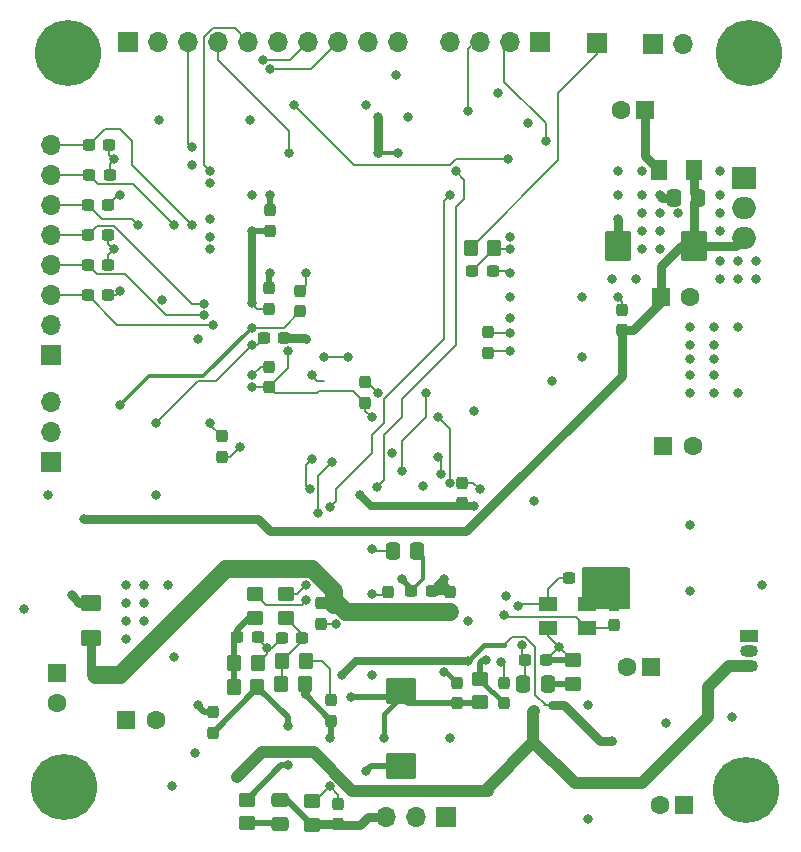
<source format=gbr>
%TF.GenerationSoftware,KiCad,Pcbnew,7.0.2*%
%TF.CreationDate,2023-11-01T23:53:07+01:00*%
%TF.ProjectId,stm_audio_board_V2,73746d5f-6175-4646-996f-5f626f617264,rev?*%
%TF.SameCoordinates,Original*%
%TF.FileFunction,Copper,L4,Bot*%
%TF.FilePolarity,Positive*%
%FSLAX46Y46*%
G04 Gerber Fmt 4.6, Leading zero omitted, Abs format (unit mm)*
G04 Created by KiCad (PCBNEW 7.0.2) date 2023-11-01 23:53:07*
%MOMM*%
%LPD*%
G01*
G04 APERTURE LIST*
G04 Aperture macros list*
%AMRoundRect*
0 Rectangle with rounded corners*
0 $1 Rounding radius*
0 $2 $3 $4 $5 $6 $7 $8 $9 X,Y pos of 4 corners*
0 Add a 4 corners polygon primitive as box body*
4,1,4,$2,$3,$4,$5,$6,$7,$8,$9,$2,$3,0*
0 Add four circle primitives for the rounded corners*
1,1,$1+$1,$2,$3*
1,1,$1+$1,$4,$5*
1,1,$1+$1,$6,$7*
1,1,$1+$1,$8,$9*
0 Add four rect primitives between the rounded corners*
20,1,$1+$1,$2,$3,$4,$5,0*
20,1,$1+$1,$4,$5,$6,$7,0*
20,1,$1+$1,$6,$7,$8,$9,0*
20,1,$1+$1,$8,$9,$2,$3,0*%
G04 Aperture macros list end*
%TA.AperFunction,ComponentPad*%
%ADD10C,5.600000*%
%TD*%
%TA.AperFunction,ComponentPad*%
%ADD11R,2.000000X1.905000*%
%TD*%
%TA.AperFunction,ComponentPad*%
%ADD12O,2.000000X1.905000*%
%TD*%
%TA.AperFunction,ComponentPad*%
%ADD13R,1.500000X1.050000*%
%TD*%
%TA.AperFunction,ComponentPad*%
%ADD14O,1.500000X1.050000*%
%TD*%
%TA.AperFunction,ComponentPad*%
%ADD15R,1.700000X1.700000*%
%TD*%
%TA.AperFunction,ComponentPad*%
%ADD16O,1.700000X1.700000*%
%TD*%
%TA.AperFunction,SMDPad,CuDef*%
%ADD17RoundRect,0.237500X-0.237500X0.300000X-0.237500X-0.300000X0.237500X-0.300000X0.237500X0.300000X0*%
%TD*%
%TA.AperFunction,SMDPad,CuDef*%
%ADD18RoundRect,0.237500X-0.300000X-0.237500X0.300000X-0.237500X0.300000X0.237500X-0.300000X0.237500X0*%
%TD*%
%TA.AperFunction,SMDPad,CuDef*%
%ADD19RoundRect,0.250000X0.337500X0.475000X-0.337500X0.475000X-0.337500X-0.475000X0.337500X-0.475000X0*%
%TD*%
%TA.AperFunction,ComponentPad*%
%ADD20R,1.600000X1.600000*%
%TD*%
%TA.AperFunction,ComponentPad*%
%ADD21C,1.600000*%
%TD*%
%TA.AperFunction,SMDPad,CuDef*%
%ADD22RoundRect,0.250000X0.350000X0.450000X-0.350000X0.450000X-0.350000X-0.450000X0.350000X-0.450000X0*%
%TD*%
%TA.AperFunction,SMDPad,CuDef*%
%ADD23R,1.600000X1.300000*%
%TD*%
%TA.AperFunction,SMDPad,CuDef*%
%ADD24RoundRect,0.237500X0.300000X0.237500X-0.300000X0.237500X-0.300000X-0.237500X0.300000X-0.237500X0*%
%TD*%
%TA.AperFunction,SMDPad,CuDef*%
%ADD25RoundRect,0.250001X-0.462499X-0.624999X0.462499X-0.624999X0.462499X0.624999X-0.462499X0.624999X0*%
%TD*%
%TA.AperFunction,SMDPad,CuDef*%
%ADD26RoundRect,0.250000X-0.450000X0.350000X-0.450000X-0.350000X0.450000X-0.350000X0.450000X0.350000X0*%
%TD*%
%TA.AperFunction,SMDPad,CuDef*%
%ADD27RoundRect,0.237500X0.237500X-0.300000X0.237500X0.300000X-0.237500X0.300000X-0.237500X-0.300000X0*%
%TD*%
%TA.AperFunction,SMDPad,CuDef*%
%ADD28RoundRect,0.250000X-1.025000X0.875000X-1.025000X-0.875000X1.025000X-0.875000X1.025000X0.875000X0*%
%TD*%
%TA.AperFunction,SMDPad,CuDef*%
%ADD29RoundRect,0.250000X-0.350000X-0.450000X0.350000X-0.450000X0.350000X0.450000X-0.350000X0.450000X0*%
%TD*%
%TA.AperFunction,SMDPad,CuDef*%
%ADD30RoundRect,0.250001X-0.624999X0.462499X-0.624999X-0.462499X0.624999X-0.462499X0.624999X0.462499X0*%
%TD*%
%TA.AperFunction,SMDPad,CuDef*%
%ADD31RoundRect,0.250000X0.450000X-0.350000X0.450000X0.350000X-0.450000X0.350000X-0.450000X-0.350000X0*%
%TD*%
%TA.AperFunction,SMDPad,CuDef*%
%ADD32RoundRect,0.250000X0.875000X1.025000X-0.875000X1.025000X-0.875000X-1.025000X0.875000X-1.025000X0*%
%TD*%
%TA.AperFunction,SMDPad,CuDef*%
%ADD33RoundRect,0.250000X0.475000X-0.337500X0.475000X0.337500X-0.475000X0.337500X-0.475000X-0.337500X0*%
%TD*%
%TA.AperFunction,ViaPad*%
%ADD34C,0.800000*%
%TD*%
%TA.AperFunction,Conductor*%
%ADD35C,0.200000*%
%TD*%
%TA.AperFunction,Conductor*%
%ADD36C,0.635000*%
%TD*%
%TA.AperFunction,Conductor*%
%ADD37C,0.508000*%
%TD*%
%TA.AperFunction,Conductor*%
%ADD38C,0.400000*%
%TD*%
%TA.AperFunction,Conductor*%
%ADD39C,0.500000*%
%TD*%
%TA.AperFunction,Conductor*%
%ADD40C,0.762000*%
%TD*%
%TA.AperFunction,Conductor*%
%ADD41C,0.304800*%
%TD*%
%TA.AperFunction,Conductor*%
%ADD42C,1.524000*%
%TD*%
%TA.AperFunction,Conductor*%
%ADD43C,1.016000*%
%TD*%
G04 APERTURE END LIST*
D10*
%TO.P,H2,1,1*%
%TO.N,GND*%
X245003000Y-112333000D03*
%TD*%
D11*
%TO.P,U3,1,IN*%
%TO.N,PWR_INPUT_12V-18V*%
X244877000Y-60471000D03*
D12*
%TO.P,U3,2,GND*%
%TO.N,GND*%
X244877000Y-63011000D03*
%TO.P,U3,3,OUT*%
%TO.N,5V*%
X244877000Y-65551000D03*
%TD*%
D13*
%TO.P,U6,1,IN*%
%TO.N,Net-(D3-K)*%
X245325000Y-99275000D03*
D14*
%TO.P,U6,2,GND*%
%TO.N,GND*%
X245325000Y-100545000D03*
%TO.P,U6,3,OUT*%
%TO.N,+9V*%
X245325000Y-101815000D03*
%TD*%
D15*
%TO.P,J4,1,Pin_1*%
%TO.N,TAP_TEMPO_INPUT*%
X232457000Y-49069000D03*
%TD*%
%TO.P,J5,1,Pin_1*%
%TO.N,+3.3V*%
X192739000Y-48975000D03*
D16*
%TO.P,J5,2,Pin_2*%
%TO.N,GND*%
X195279000Y-48975000D03*
%TO.P,J5,3,Pin_3*%
%TO.N,DISPLAY_CS*%
X197819000Y-48975000D03*
%TO.P,J5,4,Pin_4*%
%TO.N,DISPLAY_RST*%
X200359000Y-48975000D03*
%TO.P,J5,5,Pin_5*%
%TO.N,DISPLAY_DC*%
X202899000Y-48975000D03*
%TO.P,J5,6,Pin_6*%
%TO.N,DISPLAY_MOSI*%
X205439000Y-48975000D03*
%TO.P,J5,7,Pin_7*%
%TO.N,DISPLAY_SCK*%
X207979000Y-48975000D03*
%TO.P,J5,8,Pin_8*%
%TO.N,DISPLAY_MISO*%
X210519000Y-48975000D03*
%TO.P,J5,9,Pin_9*%
%TO.N,TOUCH_CS*%
X213059000Y-48975000D03*
%TO.P,J5,10,Pin_10*%
%TO.N,TOUCH_IRQ*%
X215599000Y-48975000D03*
%TD*%
D10*
%TO.P,H4,1,1*%
%TO.N,GND*%
X187599000Y-49887000D03*
%TD*%
%TO.P,H3,1,1*%
%TO.N,GND*%
X245278000Y-49887000D03*
%TD*%
%TO.P,H1,1,1*%
%TO.N,GND*%
X187324000Y-112058000D03*
%TD*%
D15*
%TO.P,J6,1,Pin_1*%
%TO.N,GND*%
X186229000Y-84563000D03*
D16*
%TO.P,J6,2,Pin_2*%
%TO.N,POT_EXT*%
X186229000Y-82023000D03*
%TO.P,J6,3,Pin_3*%
%TO.N,+3.3V*%
X186229000Y-79483000D03*
%TD*%
D15*
%TO.P,J7,1,Pin_1*%
%TO.N,GND*%
X186229000Y-75455000D03*
D16*
%TO.P,J7,2,Pin_2*%
%TO.N,+3.3V*%
X186229000Y-72915000D03*
%TO.P,J7,3,Pin_3*%
%TO.N,POT6*%
X186229000Y-70375000D03*
%TO.P,J7,4,Pin_4*%
%TO.N,POT5*%
X186229000Y-67835000D03*
%TO.P,J7,5,Pin_5*%
%TO.N,POT4*%
X186229000Y-65295000D03*
%TO.P,J7,6,Pin_6*%
%TO.N,POT3*%
X186229000Y-62755000D03*
%TO.P,J7,7,Pin_7*%
%TO.N,POT2*%
X186229000Y-60215000D03*
%TO.P,J7,8,Pin_8*%
%TO.N,POT1*%
X186229000Y-57675000D03*
%TD*%
D15*
%TO.P,J1,1,Pin_1*%
%TO.N,GND*%
X237187000Y-49127000D03*
D16*
%TO.P,J1,2,Pin_2*%
%TO.N,PWR_INPUT_12V-18V*%
X239727000Y-49127000D03*
%TD*%
D15*
%TO.P,J2,1,Pin_1*%
%TO.N,GND*%
X227633000Y-48975000D03*
D16*
%TO.P,J2,2,Pin_2*%
%TO.N,SWDIO*%
X225093000Y-48975000D03*
%TO.P,J2,3,Pin_3*%
%TO.N,SWCLK*%
X222553000Y-48975000D03*
%TO.P,J2,4,Pin_4*%
%TO.N,+3.3V*%
X220013000Y-48975000D03*
%TD*%
D15*
%TO.P,J3,1,Pin_1*%
%TO.N,GUITAR_IN*%
X219613000Y-114601000D03*
D16*
%TO.P,J3,2,Pin_2*%
%TO.N,GUITAR_OUT_L{slash}MONO*%
X217073000Y-114601000D03*
%TO.P,J3,3,Pin_3*%
%TO.N,GUITAR_OUT_R*%
X214533000Y-114601000D03*
%TD*%
D17*
%TO.P,C25,1*%
%TO.N,GND*%
X220543000Y-103238524D03*
%TO.P,C25,2*%
%TO.N,AD1939_CM*%
X220543000Y-104963524D03*
%TD*%
D18*
%TO.P,C54,1*%
%TO.N,POT5*%
X189314500Y-67885000D03*
%TO.P,C54,2*%
%TO.N,GND*%
X191039500Y-67885000D03*
%TD*%
D17*
%TO.P,C7,1*%
%TO.N,+3.3V*%
X200657000Y-82378500D03*
%TO.P,C7,2*%
%TO.N,GND*%
X200657000Y-84103500D03*
%TD*%
D19*
%TO.P,C15,1*%
%TO.N,5V*%
X241010500Y-62163000D03*
%TO.P,C15,2*%
%TO.N,GND*%
X238935500Y-62163000D03*
%TD*%
D20*
%TO.P,C13,1*%
%TO.N,PWR_INPUT_12V-18V*%
X236498241Y-54733000D03*
D21*
%TO.P,C13,2*%
%TO.N,GND*%
X234498241Y-54733000D03*
%TD*%
D22*
%TO.P,R22,1*%
%TO.N,Net-(U2A--)*%
X203674999Y-103569000D03*
%TO.P,R22,2*%
%TO.N,Net-(C41-Pad1)*%
X201674999Y-103569000D03*
%TD*%
D23*
%TO.P,Y1,1,1*%
%TO.N,AD1939_MCLKO*%
X228309000Y-96595000D03*
%TO.P,Y1,2,2*%
%TO.N,GND*%
X231609000Y-96595000D03*
%TO.P,Y1,3,3*%
%TO.N,AD1939_MCLKI*%
X231609000Y-98595000D03*
%TO.P,Y1,4,4*%
%TO.N,GND*%
X228309000Y-98595000D03*
%TD*%
D24*
%TO.P,C63,1*%
%TO.N,GND*%
X223603500Y-68346334D03*
%TO.P,C63,2*%
%TO.N,EXT_INT_BUTTON*%
X221878500Y-68346334D03*
%TD*%
D25*
%TO.P,D1,1,K*%
%TO.N,PWR_INPUT_12V-18V*%
X237663500Y-59817000D03*
%TO.P,D1,2,A*%
%TO.N,5V*%
X240638500Y-59817000D03*
%TD*%
D26*
%TO.P,R15,1*%
%TO.N,DAC2R*%
X206063664Y-95711000D03*
%TO.P,R15,2*%
%TO.N,Net-(C40-Pad2)*%
X206063664Y-97711000D03*
%TD*%
D22*
%TO.P,R20,1*%
%TO.N,GND*%
X203709665Y-101537000D03*
%TO.P,R20,2*%
%TO.N,Net-(C41-Pad1)*%
X201709665Y-101537000D03*
%TD*%
D20*
%TO.P,C29,1*%
%TO.N,+3.3VA*%
X192583000Y-106401759D03*
D21*
%TO.P,C29,2*%
%TO.N,GND*%
X195083000Y-106401759D03*
%TD*%
D18*
%TO.P,C41,1*%
%TO.N,Net-(C41-Pad1)*%
X201966500Y-99315004D03*
%TO.P,C41,2*%
%TO.N,GND*%
X203691500Y-99315004D03*
%TD*%
D27*
%TO.P,C9,1*%
%TO.N,+3.3V*%
X212781000Y-79531500D03*
%TO.P,C9,2*%
%TO.N,GND*%
X212781000Y-77806500D03*
%TD*%
D20*
%TO.P,C28,1*%
%TO.N,Net-(D2-K)*%
X186714241Y-102437000D03*
D21*
%TO.P,C28,2*%
%TO.N,GND*%
X186714241Y-104937000D03*
%TD*%
D18*
%TO.P,C56,1*%
%TO.N,POT6*%
X189314500Y-70431000D03*
%TO.P,C56,2*%
%TO.N,GND*%
X191039500Y-70431000D03*
%TD*%
D27*
%TO.P,C102,1*%
%TO.N,5V*%
X234540000Y-73399500D03*
%TO.P,C102,2*%
%TO.N,GND*%
X234540000Y-71674500D03*
%TD*%
D28*
%TO.P,C26,1*%
%TO.N,AD1939_CM*%
X215838976Y-103913000D03*
%TO.P,C26,2*%
%TO.N,GND*%
X215838976Y-110313000D03*
%TD*%
D20*
%TO.P,C70,1*%
%TO.N,5V*%
X237843000Y-70587759D03*
D21*
%TO.P,C70,2*%
%TO.N,GND*%
X240343000Y-70587759D03*
%TD*%
D26*
%TO.P,R3,1*%
%TO.N,Net-(U4A-+)*%
X222541000Y-102901024D03*
%TO.P,R3,2*%
%TO.N,AD1939_CM*%
X222541000Y-104901024D03*
%TD*%
D24*
%TO.P,C79,1*%
%TO.N,GND*%
X218437500Y-95425000D03*
%TO.P,C79,2*%
%TO.N,AD1939_FILTR*%
X216712500Y-95425000D03*
%TD*%
D29*
%TO.P,R19,1*%
%TO.N,Net-(C40-Pad2)*%
X205761661Y-101409000D03*
%TO.P,R19,2*%
%TO.N,Net-(C44-Pad2)*%
X207761661Y-101409000D03*
%TD*%
D30*
%TO.P,D2,1,K*%
%TO.N,Net-(D2-K)*%
X189617000Y-96439500D03*
%TO.P,D2,2,A*%
%TO.N,+3.3VA*%
X189617000Y-99414500D03*
%TD*%
D27*
%TO.P,C10,1*%
%TO.N,+3.3V*%
X204781000Y-64941500D03*
%TO.P,C10,2*%
%TO.N,GND*%
X204781000Y-63216500D03*
%TD*%
%TO.P,C34,1*%
%TO.N,+3.3VA*%
X220003000Y-97245500D03*
%TO.P,C34,2*%
%TO.N,GND*%
X220003000Y-95520500D03*
%TD*%
%TO.P,C61,1*%
%TO.N,POT_EXT*%
X207321000Y-71753500D03*
%TO.P,C61,2*%
%TO.N,GND*%
X207321000Y-70028500D03*
%TD*%
D19*
%TO.P,C80,1*%
%TO.N,AD1939_FILTR*%
X217188500Y-92059000D03*
%TO.P,C80,2*%
%TO.N,GND*%
X215113500Y-92059000D03*
%TD*%
D24*
%TO.P,C66,1*%
%TO.N,GND*%
X231755500Y-94385000D03*
%TO.P,C66,2*%
%TO.N,AD1939_MCLKO*%
X230030500Y-94385000D03*
%TD*%
D27*
%TO.P,C17,1*%
%TO.N,Net-(U4A-+)*%
X224525000Y-104963524D03*
%TO.P,C17,2*%
%TO.N,GND*%
X224525000Y-103238524D03*
%TD*%
D18*
%TO.P,C62,1*%
%TO.N,POT4*%
X189314500Y-65339000D03*
%TO.P,C62,2*%
%TO.N,GND*%
X191039500Y-65339000D03*
%TD*%
%TO.P,C40,1*%
%TO.N,GND*%
X205761163Y-99451000D03*
%TO.P,C40,2*%
%TO.N,Net-(C40-Pad2)*%
X207486163Y-99451000D03*
%TD*%
%TO.P,C57,1*%
%TO.N,POT2*%
X189432500Y-60267000D03*
%TO.P,C57,2*%
%TO.N,GND*%
X191157500Y-60267000D03*
%TD*%
D17*
%TO.P,C33,1*%
%TO.N,+3.3VA*%
X209081000Y-96506500D03*
%TO.P,C33,2*%
%TO.N,GND*%
X209081000Y-98231500D03*
%TD*%
D26*
%TO.P,R16,1*%
%TO.N,DAC2L*%
X203488998Y-95711000D03*
%TO.P,R16,2*%
%TO.N,Net-(C41-Pad1)*%
X203488998Y-97711000D03*
%TD*%
D17*
%TO.P,C47,1*%
%TO.N,GND*%
X210531999Y-113501500D03*
%TO.P,C47,2*%
%TO.N,GUITAR_OUT_R*%
X210531999Y-115226500D03*
%TD*%
D18*
%TO.P,C55,1*%
%TO.N,POT1*%
X189426500Y-57727000D03*
%TO.P,C55,2*%
%TO.N,GND*%
X191151500Y-57727000D03*
%TD*%
D22*
%TO.P,R33,1*%
%TO.N,EXT_INT_BUTTON*%
X223727000Y-66384334D03*
%TO.P,R33,2*%
%TO.N,TAP_TEMPO_INPUT*%
X221727000Y-66384334D03*
%TD*%
D31*
%TO.P,R23,1*%
%TO.N,Net-(C46-Pad1)*%
X202808996Y-115127000D03*
%TO.P,R23,2*%
%TO.N,Net-(R23-Pad2)*%
X202808996Y-113127000D03*
%TD*%
D27*
%TO.P,C11,1*%
%TO.N,+3.3V*%
X204653000Y-78195500D03*
%TO.P,C11,2*%
%TO.N,GND*%
X204653000Y-76470500D03*
%TD*%
%TO.P,C14,1*%
%TO.N,+3.3V*%
X221013000Y-88023500D03*
%TO.P,C14,2*%
%TO.N,GND*%
X221013000Y-86298500D03*
%TD*%
D31*
%TO.P,R10,1*%
%TO.N,Net-(C67-Pad1)*%
X230373000Y-103325000D03*
%TO.P,R10,2*%
%TO.N,GND*%
X230373000Y-101325000D03*
%TD*%
D20*
%TO.P,C76,1*%
%TO.N,Net-(7660S1-CAP+)*%
X237006241Y-101881000D03*
D21*
%TO.P,C76,2*%
%TO.N,Net-(7660S1-CAP-)*%
X235006241Y-101881000D03*
%TD*%
D20*
%TO.P,C77,1*%
%TO.N,GND*%
X239773000Y-113562241D03*
D21*
%TO.P,C77,2*%
%TO.N,-9V*%
X237773000Y-113562241D03*
%TD*%
D19*
%TO.P,C67,1*%
%TO.N,Net-(C67-Pad1)*%
X228259500Y-103322000D03*
%TO.P,C67,2*%
%TO.N,AD1939_LF*%
X226184500Y-103322000D03*
%TD*%
D31*
%TO.P,R24,1*%
%TO.N,GUITAR_OUT_R*%
X208262996Y-115241000D03*
%TO.P,R24,2*%
%TO.N,GND*%
X208262996Y-113241000D03*
%TD*%
D27*
%TO.P,C44,1*%
%TO.N,Net-(U2A-+)*%
X209908330Y-106429500D03*
%TO.P,C44,2*%
%TO.N,Net-(C44-Pad2)*%
X209908330Y-104704500D03*
%TD*%
D18*
%TO.P,C59,1*%
%TO.N,POT3*%
X189314500Y-62793000D03*
%TO.P,C59,2*%
%TO.N,GND*%
X191039500Y-62793000D03*
%TD*%
D17*
%TO.P,C64,1*%
%TO.N,+3.3V*%
X223163000Y-73552500D03*
%TO.P,C64,2*%
%TO.N,GND*%
X223163000Y-75277500D03*
%TD*%
D27*
%TO.P,C6,1*%
%TO.N,+3.3V*%
X204653000Y-71561500D03*
%TO.P,C6,2*%
%TO.N,GND*%
X204653000Y-69836500D03*
%TD*%
D32*
%TO.P,C4,1*%
%TO.N,5V*%
X240633000Y-66257000D03*
%TO.P,C4,2*%
%TO.N,GND*%
X234233000Y-66257000D03*
%TD*%
D33*
%TO.P,C46,1*%
%TO.N,Net-(C46-Pad1)*%
X205609004Y-115210500D03*
%TO.P,C46,2*%
%TO.N,GUITAR_OUT_R*%
X205609004Y-113135500D03*
%TD*%
D18*
%TO.P,C16,1*%
%TO.N,/MCU/NRST*%
X204214500Y-74067000D03*
%TO.P,C16,2*%
%TO.N,GND*%
X205939500Y-74067000D03*
%TD*%
D27*
%TO.P,C65,1*%
%TO.N,AD1939_MCLKI*%
X233831000Y-98361500D03*
%TO.P,C65,2*%
%TO.N,GND*%
X233831000Y-96636500D03*
%TD*%
D17*
%TO.P,C45,1*%
%TO.N,GND*%
X199896996Y-105748501D03*
%TO.P,C45,2*%
%TO.N,Net-(U2A--)*%
X199896996Y-107473501D03*
%TD*%
D20*
%TO.P,C71,1*%
%TO.N,+3.3V*%
X238022241Y-83181000D03*
D21*
%TO.P,C71,2*%
%TO.N,GND*%
X240522241Y-83181000D03*
%TD*%
D27*
%TO.P,C32,1*%
%TO.N,+3.3VA*%
X214771000Y-97233494D03*
%TO.P,C32,2*%
%TO.N,GND*%
X214771000Y-95508494D03*
%TD*%
D24*
%TO.P,C68,1*%
%TO.N,GND*%
X228089500Y-101297000D03*
%TO.P,C68,2*%
%TO.N,AD1939_LF*%
X226364500Y-101297000D03*
%TD*%
D22*
%TO.P,R21,1*%
%TO.N,Net-(U2A-+)*%
X207693000Y-103377668D03*
%TO.P,R21,2*%
%TO.N,Net-(C40-Pad2)*%
X205693000Y-103377668D03*
%TD*%
D34*
%TO.N,GND*%
X210312000Y-98298000D03*
X225044000Y-72346000D03*
X242316000Y-77216000D03*
X207772000Y-68580000D03*
X240284000Y-74676000D03*
X202184000Y-83312000D03*
X194056000Y-94996000D03*
X192024000Y-70104000D03*
X235712000Y-69088000D03*
X233172000Y-93980000D03*
X192532000Y-98044000D03*
X198120000Y-59436000D03*
X237744000Y-61976000D03*
X242316000Y-73152000D03*
X234696000Y-93980000D03*
X240284000Y-78740000D03*
X213360000Y-95758000D03*
X222504000Y-86868000D03*
X198374000Y-109220000D03*
X236220000Y-65024000D03*
X199644000Y-64008000D03*
X242824000Y-61976000D03*
X231140000Y-75692000D03*
X192532000Y-94996000D03*
X243840000Y-106172000D03*
X244348000Y-73152000D03*
X236220000Y-63500000D03*
X234188000Y-64008000D03*
X242824000Y-59944000D03*
X195580000Y-70803500D03*
X231648000Y-114808000D03*
X231137500Y-70612000D03*
X207772000Y-74168000D03*
X215075500Y-83820000D03*
X242316000Y-78740000D03*
X194056000Y-98044000D03*
X192024000Y-61976000D03*
X216408000Y-55372000D03*
X239268000Y-63500000D03*
X195072000Y-87376000D03*
X217678000Y-86614000D03*
X221488000Y-98044000D03*
X203200000Y-77216000D03*
X238252000Y-106680000D03*
X225044000Y-75184000D03*
X221996000Y-80264000D03*
X244348000Y-69088000D03*
X244348000Y-78740000D03*
X209804000Y-112014000D03*
X192532000Y-99568000D03*
X228600000Y-77724000D03*
X237744000Y-66548000D03*
X198628000Y-105156000D03*
X234188000Y-70612000D03*
X208280000Y-77216000D03*
X236220000Y-66548000D03*
X224274387Y-101505029D03*
X233680000Y-69088000D03*
X225044000Y-70612000D03*
X213360000Y-102616000D03*
X219456000Y-102362000D03*
X199644000Y-65532000D03*
X242316000Y-74676000D03*
X237744000Y-63500000D03*
X185928000Y-87376000D03*
X213868000Y-78740000D03*
X198628000Y-74168000D03*
X234696000Y-94996000D03*
X231648000Y-105156000D03*
X236220000Y-59944000D03*
X196437523Y-111960705D03*
X237744000Y-65024000D03*
X199644000Y-66548000D03*
X194056000Y-96520000D03*
X242824000Y-67564000D03*
X246380000Y-94996000D03*
X240284000Y-95504000D03*
X245872000Y-69088000D03*
X219964000Y-107887500D03*
X236220000Y-61976000D03*
X234188000Y-59944000D03*
X196088000Y-94996000D03*
X203008424Y-55563576D03*
X245872000Y-67564000D03*
X234188000Y-61976000D03*
X199644000Y-60960000D03*
X226568000Y-55880000D03*
X244348000Y-67564000D03*
X240284000Y-73152000D03*
X204470000Y-100330000D03*
X224028000Y-53340000D03*
X219456000Y-94488000D03*
X224698128Y-95918628D03*
X212852000Y-110744000D03*
X227076000Y-87884000D03*
X192532000Y-96520000D03*
X212852000Y-54356000D03*
X242824000Y-69088000D03*
X196596000Y-101092000D03*
X240284000Y-77216000D03*
X233172000Y-94996000D03*
X204724000Y-61976000D03*
X204724000Y-68580000D03*
X225044000Y-65532000D03*
X229209250Y-100177250D03*
X225044000Y-68580000D03*
X240284000Y-89916000D03*
X242316000Y-75798000D03*
X213360000Y-91948000D03*
X183896000Y-97028000D03*
X191516000Y-58928000D03*
X191516000Y-66548000D03*
X242824000Y-63500000D03*
X240284000Y-75798000D03*
X242824000Y-65024000D03*
%TO.N,DISPLAY_CS*%
X198120000Y-57912000D03*
%TO.N,DISPLAY_RST*%
X206360613Y-58420000D03*
%TO.N,DISPLAY_DC*%
X199644000Y-59944000D03*
%TO.N,DISPLAY_SCK*%
X204136671Y-50499267D03*
%TO.N,5V*%
X188976000Y-89408000D03*
%TO.N,Net-(D2-K)*%
X187960000Y-95813000D03*
%TO.N,DISPLAY_MISO*%
X204724000Y-51308000D03*
%TO.N,+3.3V*%
X206248000Y-75146500D03*
X221996000Y-88285000D03*
X203200000Y-65024000D03*
X203200000Y-71120000D03*
X213868000Y-55372000D03*
X195326000Y-55626000D03*
X215571500Y-58420000D03*
X203200000Y-61976000D03*
X225044000Y-73660000D03*
X199644000Y-81280000D03*
X215392000Y-51816000D03*
X212344000Y-87376000D03*
X213360000Y-80772000D03*
X203200000Y-78232000D03*
X213868000Y-58420000D03*
%TO.N,Net-(U4A-+)*%
X223012000Y-101346000D03*
%TO.N,AD1939_I2S2_SDO*%
X219938500Y-86360000D03*
X218948000Y-80772000D03*
X209296000Y-75692000D03*
X211328000Y-75692000D03*
%TO.N,AD1939_I2S1_SDI*%
X217932000Y-78740000D03*
X215900000Y-85344000D03*
%TO.N,AD1939_SPI3_MOSI*%
X208280000Y-84328000D03*
X208088500Y-86868000D03*
%TO.N,AD1939_I2S2_CK*%
X219188622Y-85584622D03*
X218948000Y-84136500D03*
%TO.N,AD1939_SPI3_CLK*%
X209804000Y-88392000D03*
X219964000Y-61976000D03*
%TO.N,AD1939_SPI3_MISO*%
X213763211Y-86656289D03*
X220472000Y-59944000D03*
%TO.N,AD1939_SPI_CS*%
X208788000Y-88900000D03*
X210005833Y-84529833D03*
%TO.N,AD1939_CM*%
X214376000Y-107887500D03*
X211601000Y-104413000D03*
%TO.N,+3.3VA*%
X210171622Y-96633622D03*
X189992000Y-102616000D03*
X214771000Y-97233494D03*
%TO.N,EXT_INT_BUTTON*%
X225044000Y-66548000D03*
%TO.N,AD1939_MCLKI*%
X224536000Y-97536000D03*
%TO.N,AD1939_MCLKO*%
X225742000Y-96710000D03*
%TO.N,AD1939_LF*%
X226060000Y-100076000D03*
%TO.N,+9V*%
X201930000Y-111252000D03*
X227025721Y-108254279D03*
X227076000Y-105664000D03*
%TO.N,-9V*%
X210820000Y-102616000D03*
X233680000Y-108204000D03*
X221491442Y-101403096D03*
%TO.N,AD1939_FILTR*%
X215900000Y-94488000D03*
%TO.N,SWDIO*%
X228092000Y-57404000D03*
%TO.N,SWCLK*%
X221488000Y-54864000D03*
%TO.N,DAC2R*%
X207772000Y-94996000D03*
%TO.N,DAC2L*%
X207772000Y-96266000D03*
%TO.N,Net-(R23-Pad2)*%
X206248000Y-110236000D03*
%TO.N,/MCU/NRST*%
X203200000Y-74676000D03*
X195072000Y-81280000D03*
%TO.N,POT5*%
X199136000Y-72136000D03*
%TO.N,POT1*%
X198120000Y-64516000D03*
%TO.N,POT6*%
X199884622Y-72911378D03*
%TO.N,POT2*%
X196596000Y-64516000D03*
%TO.N,POT3*%
X193548000Y-64516000D03*
%TO.N,POT_EXT*%
X192024000Y-79756000D03*
X203195076Y-73156924D03*
%TO.N,POT4*%
X199120535Y-71135465D03*
%TO.N,Net-(U2A-+)*%
X209804000Y-107950000D03*
%TO.N,Net-(U2A--)*%
X206248000Y-106934000D03*
%TO.N,Net-(C1-Pad1)*%
X224872000Y-58928000D03*
X206756000Y-54356000D03*
%TD*%
D35*
%TO.N,GND*%
X213471000Y-92059000D02*
X215113500Y-92059000D01*
X223603500Y-68346334D02*
X224810334Y-68346334D01*
X219456000Y-102362000D02*
X219666476Y-102362000D01*
X201392500Y-84103500D02*
X202184000Y-83312000D01*
X229209250Y-100177250D02*
X228089500Y-101297000D01*
D36*
X219456000Y-94488000D02*
X219456000Y-94973500D01*
X219907500Y-95425000D02*
X220003000Y-95520500D01*
D37*
X204781000Y-62033000D02*
X204724000Y-61976000D01*
D35*
X208262996Y-113241000D02*
X208577000Y-113241000D01*
X229225250Y-100177250D02*
X230373000Y-101325000D01*
D36*
X219456000Y-94973500D02*
X220003000Y-95520500D01*
D35*
X223256500Y-75184000D02*
X223163000Y-75277500D01*
X191151500Y-58563500D02*
X191516000Y-58928000D01*
X191039500Y-67024500D02*
X191516000Y-66548000D01*
X213360000Y-91948000D02*
X213471000Y-92059000D01*
X191039500Y-67885000D02*
X191039500Y-67024500D01*
X191516000Y-58928000D02*
X191157500Y-59286500D01*
D38*
X219666476Y-102362000D02*
X220543000Y-103238524D01*
D37*
X204781000Y-63216500D02*
X204781000Y-62033000D01*
D35*
X225044000Y-75184000D02*
X223256500Y-75184000D01*
X224525000Y-103238524D02*
X224525000Y-101755642D01*
X221013000Y-86298500D02*
X221934500Y-86298500D01*
X234540000Y-70964000D02*
X234188000Y-70612000D01*
X212934500Y-77806500D02*
X213868000Y-78740000D01*
X210312000Y-98298000D02*
X209147500Y-98298000D01*
X204470000Y-100776665D02*
X203709665Y-101537000D01*
X191232500Y-65532000D02*
X191039500Y-65339000D01*
X229209250Y-100177250D02*
X229225250Y-100177250D01*
X224810334Y-68346334D02*
X225044000Y-68580000D01*
D39*
X228117500Y-101325000D02*
X230373000Y-101325000D01*
D37*
X204653000Y-68651000D02*
X204724000Y-68580000D01*
D35*
X191039500Y-65339000D02*
X191039500Y-66071500D01*
X204470000Y-100330000D02*
X203691500Y-99551500D01*
D37*
X204653000Y-69836500D02*
X204653000Y-68651000D01*
D35*
X214771000Y-95762494D02*
X213364494Y-95762494D01*
D36*
X218437500Y-95425000D02*
X219907500Y-95425000D01*
D35*
X191856500Y-61976000D02*
X191039500Y-62793000D01*
X208712500Y-77648500D02*
X208280000Y-77216000D01*
X228309000Y-98595000D02*
X228309000Y-99093000D01*
X228309000Y-99277000D02*
X228309000Y-98595000D01*
X213364494Y-95762494D02*
X213360000Y-95758000D01*
X234540000Y-71674500D02*
X234540000Y-70964000D01*
X208577000Y-113241000D02*
X209804000Y-112014000D01*
X221934500Y-86298500D02*
X222504000Y-86868000D01*
D40*
X238935500Y-62163000D02*
X237931000Y-62163000D01*
D35*
X230394000Y-101346000D02*
X230373000Y-101325000D01*
X210531999Y-113501500D02*
X210531999Y-112741999D01*
D37*
X215838976Y-110313000D02*
X213283000Y-110313000D01*
D35*
X212781000Y-77806500D02*
X212934500Y-77806500D01*
D36*
X218519000Y-95425000D02*
X219456000Y-94488000D01*
D35*
X210531999Y-112741999D02*
X209804000Y-112014000D01*
X191157500Y-59286500D02*
X191157500Y-60267000D01*
D37*
X198628000Y-105240501D02*
X198628000Y-105156000D01*
D35*
X191039500Y-66071500D02*
X191516000Y-66548000D01*
X203691500Y-99551500D02*
X203691500Y-99315004D01*
X191151500Y-57727000D02*
X191151500Y-58563500D01*
X204653000Y-76470500D02*
X203945500Y-76470500D01*
X207321000Y-70028500D02*
X207772000Y-69577500D01*
D40*
X207671000Y-74067000D02*
X207772000Y-74168000D01*
D35*
X228089500Y-101297000D02*
X228117500Y-101325000D01*
D37*
X213283000Y-110313000D02*
X212852000Y-110744000D01*
D35*
X220003000Y-95520500D02*
X220003000Y-95797000D01*
X229209250Y-100177250D02*
X228309000Y-99277000D01*
D40*
X234233000Y-64053000D02*
X234188000Y-64008000D01*
D35*
X191336500Y-57912000D02*
X191151500Y-57727000D01*
D37*
X199136000Y-105748501D02*
X198628000Y-105240501D01*
D35*
X192024000Y-61976000D02*
X191856500Y-61976000D01*
X204882163Y-100330000D02*
X205761163Y-99451000D01*
D36*
X218437500Y-95425000D02*
X218519000Y-95425000D01*
D35*
X200657000Y-84103500D02*
X201392500Y-84103500D01*
X228138500Y-101346000D02*
X228089500Y-101297000D01*
D40*
X234233000Y-66257000D02*
X234233000Y-64053000D01*
X205939500Y-74067000D02*
X207671000Y-74067000D01*
D35*
X204470000Y-100330000D02*
X204882163Y-100330000D01*
X209353000Y-77648500D02*
X208712500Y-77648500D01*
D37*
X199136000Y-105748501D02*
X199896996Y-105748501D01*
D35*
X204470000Y-100330000D02*
X204470000Y-100776665D01*
X224525000Y-101755642D02*
X224274387Y-101505029D01*
X203945500Y-76470500D02*
X203200000Y-77216000D01*
X207772000Y-69577500D02*
X207772000Y-68580000D01*
X191697000Y-70431000D02*
X191039500Y-70431000D01*
X192024000Y-70104000D02*
X191697000Y-70431000D01*
D40*
X237931000Y-62163000D02*
X237744000Y-61976000D01*
D35*
%TO.N,DISPLAY_CS*%
X198120000Y-57912000D02*
X197819000Y-57611000D01*
X197819000Y-57611000D02*
X197819000Y-48975000D01*
%TO.N,DISPLAY_RST*%
X200359000Y-50472950D02*
X200359000Y-48975000D01*
X206360613Y-56474563D02*
X200359000Y-50472950D01*
X206360613Y-58420000D02*
X206360613Y-56474563D01*
%TO.N,DISPLAY_DC*%
X199882654Y-47825000D02*
X199136000Y-48571654D01*
X201749000Y-47825000D02*
X199882654Y-47825000D01*
X199136000Y-51816000D02*
X199136000Y-59436000D01*
X199136000Y-59436000D02*
X199644000Y-59944000D01*
X199136000Y-51517953D02*
X199136000Y-51816000D01*
X202899000Y-48975000D02*
X201749000Y-47825000D01*
X199136000Y-48571654D02*
X199136000Y-51816000D01*
%TO.N,DISPLAY_SCK*%
X204136671Y-50499267D02*
X206454733Y-50499267D01*
X206454733Y-50499267D02*
X207979000Y-48975000D01*
D40*
%TO.N,5V*%
X240633000Y-66257000D02*
X244171000Y-66257000D01*
X240633000Y-66257000D02*
X239559000Y-66257000D01*
X237843000Y-67973000D02*
X237843000Y-70587759D01*
X234540000Y-73399500D02*
X235464500Y-73399500D01*
X244171000Y-66257000D02*
X244877000Y-65551000D01*
X240638500Y-61791000D02*
X241010500Y-62163000D01*
X221351344Y-90424000D02*
X204724000Y-90424000D01*
X237843000Y-71021000D02*
X237843000Y-70587759D01*
X234540000Y-77235344D02*
X221351344Y-90424000D01*
X235464500Y-73399500D02*
X237843000Y-71021000D01*
X204724000Y-90424000D02*
X203708000Y-89408000D01*
X234540000Y-73399500D02*
X234540000Y-77235344D01*
X239559000Y-66257000D02*
X237843000Y-67973000D01*
X240638500Y-59817000D02*
X240638500Y-61791000D01*
X240633000Y-66257000D02*
X240633000Y-62540500D01*
X240633000Y-62540500D02*
X241010500Y-62163000D01*
X203708000Y-89408000D02*
X188976000Y-89408000D01*
%TO.N,Net-(D2-K)*%
X189617000Y-96439500D02*
X188586500Y-96439500D01*
X188586500Y-96439500D02*
X187960000Y-95813000D01*
D35*
%TO.N,DISPLAY_MISO*%
X204724000Y-51308000D02*
X208186000Y-51308000D01*
X208186000Y-51308000D02*
X210519000Y-48975000D01*
%TO.N,+3.3V*%
X212781000Y-79531500D02*
X212781000Y-80193000D01*
X204790500Y-71561500D02*
X204653000Y-71561500D01*
X206248000Y-75146500D02*
X206248000Y-76600500D01*
X221734500Y-88023500D02*
X221996000Y-88285000D01*
X212781000Y-80193000D02*
X213360000Y-80772000D01*
X208688860Y-78740000D02*
X208892860Y-78536000D01*
X204653000Y-71561500D02*
X203641500Y-71561500D01*
X204616500Y-78232000D02*
X204653000Y-78195500D01*
X208892860Y-78536000D02*
X211785500Y-78536000D01*
D36*
X203200000Y-71120000D02*
X203200000Y-65024000D01*
D35*
X206248000Y-76600500D02*
X204653000Y-78195500D01*
X204653000Y-78195500D02*
X205197500Y-78740000D01*
X199644000Y-81365500D02*
X200657000Y-82378500D01*
X211785500Y-78536000D02*
X212781000Y-79531500D01*
D41*
X213868000Y-58420000D02*
X215571500Y-58420000D01*
D35*
X203641500Y-71561500D02*
X203200000Y-71120000D01*
D40*
X213868000Y-55372000D02*
X213868000Y-58420000D01*
D35*
X205197500Y-78740000D02*
X208688860Y-78740000D01*
D36*
X213253000Y-88285000D02*
X212344000Y-87376000D01*
D35*
X225044000Y-73660000D02*
X223270500Y-73660000D01*
X199644000Y-81280000D02*
X199644000Y-81365500D01*
D36*
X221996000Y-88285000D02*
X213253000Y-88285000D01*
D35*
X223270500Y-73660000D02*
X223163000Y-73552500D01*
X203200000Y-78232000D02*
X204616500Y-78232000D01*
D37*
X203200000Y-65024000D02*
X204355500Y-65024000D01*
D35*
X221013000Y-88023500D02*
X221734500Y-88023500D01*
D37*
%TO.N,Net-(U4A-+)*%
X223012000Y-101346000D02*
X222758000Y-101346000D01*
D38*
X222541000Y-102979524D02*
X224525000Y-104963524D01*
D37*
X222758000Y-101346000D02*
X222504000Y-101600000D01*
X222504000Y-101600000D02*
X222541000Y-101637000D01*
X222541000Y-101637000D02*
X222541000Y-102901024D01*
D35*
X222541000Y-102901024D02*
X222541000Y-102979524D01*
%TO.N,AD1939_I2S2_SDO*%
X219964000Y-86334500D02*
X219938500Y-86360000D01*
X211328000Y-75692000D02*
X209296000Y-75692000D01*
X218948000Y-80772000D02*
X219964000Y-81788000D01*
X219964000Y-81788000D02*
X219964000Y-86334500D01*
%TO.N,AD1939_I2S1_SDI*%
X215900000Y-82804000D02*
X215900000Y-85344000D01*
X217932000Y-78740000D02*
X217932000Y-80772000D01*
X217932000Y-80772000D02*
X215900000Y-82804000D01*
%TO.N,AD1939_SPI3_MOSI*%
X207772000Y-86551500D02*
X207772000Y-84836000D01*
X207772000Y-84836000D02*
X208280000Y-84328000D01*
X208088500Y-86868000D02*
X207772000Y-86551500D01*
%TO.N,AD1939_I2S2_CK*%
X219188622Y-85584622D02*
X219188622Y-84377122D01*
X219188622Y-84377122D02*
X218948000Y-84136500D01*
%TO.N,AD1939_SPI3_CLK*%
X210312000Y-86868000D02*
X210312000Y-87884000D01*
X213360000Y-82296000D02*
X213360000Y-83820000D01*
X219456000Y-62484000D02*
X219456000Y-74168000D01*
X219964000Y-61976000D02*
X219456000Y-62484000D01*
X219456000Y-74168000D02*
X214376000Y-79248000D01*
X210312000Y-87884000D02*
X209804000Y-88392000D01*
X214376000Y-81280000D02*
X213360000Y-82296000D01*
X213360000Y-83820000D02*
X210312000Y-86868000D01*
X214376000Y-79248000D02*
X214376000Y-81280000D01*
%TO.N,AD1939_SPI3_MISO*%
X214376000Y-86043500D02*
X213763211Y-86656289D01*
X221172000Y-60644000D02*
X221172000Y-62265950D01*
X215900000Y-80772000D02*
X214376000Y-82296000D01*
X214376000Y-82296000D02*
X214376000Y-86043500D01*
X220472000Y-74676000D02*
X215900000Y-79248000D01*
X220472000Y-59944000D02*
X221172000Y-60644000D01*
X215900000Y-79248000D02*
X215900000Y-80772000D01*
X220472000Y-62965950D02*
X220472000Y-74676000D01*
X221172000Y-62265950D02*
X220472000Y-62965950D01*
%TO.N,AD1939_SPI_CS*%
X208788000Y-88900000D02*
X208788000Y-85747666D01*
X208788000Y-85747666D02*
X210005833Y-84529833D01*
D39*
%TO.N,AD1939_CM*%
X216389500Y-104963524D02*
X215838976Y-104413000D01*
X211601000Y-104413000D02*
X215838976Y-104413000D01*
D35*
X215411000Y-103143000D02*
X215392000Y-103124000D01*
D39*
X222478500Y-104963524D02*
X220543000Y-104963524D01*
D35*
X222541000Y-104901024D02*
X222478500Y-104963524D01*
D38*
X214376000Y-107887500D02*
X214376000Y-105875976D01*
X214376000Y-105875976D02*
X215838976Y-104413000D01*
D39*
X220543000Y-104963524D02*
X216389500Y-104963524D01*
D35*
X215584976Y-103143000D02*
X215411000Y-103143000D01*
%TO.N,+3.3VA*%
X209081000Y-96506500D02*
X210044500Y-96506500D01*
D42*
X219990994Y-97233494D02*
X220003000Y-97245500D01*
D40*
X189617000Y-99414500D02*
X189617000Y-102241000D01*
D42*
X210171622Y-95469463D02*
X210171622Y-96633622D01*
X201006000Y-93634000D02*
X192024000Y-102616000D01*
X214771000Y-97233494D02*
X219990994Y-97233494D01*
X210573781Y-96633622D02*
X210171622Y-96633622D01*
X214771000Y-97233494D02*
X211173653Y-97233494D01*
X201006000Y-93634000D02*
X208336159Y-93634000D01*
D40*
X189617000Y-102241000D02*
X189992000Y-102616000D01*
D42*
X211173653Y-97233494D02*
X210573781Y-96633622D01*
X192024000Y-102616000D02*
X189992000Y-102616000D01*
D35*
X214771000Y-97233494D02*
X214771000Y-97487494D01*
X210044500Y-96506500D02*
X210171622Y-96633622D01*
D42*
X208336159Y-93634000D02*
X210171622Y-95469463D01*
D35*
X220082225Y-97324725D02*
X220003000Y-97245500D01*
D37*
%TO.N,Net-(C41-Pad1)*%
X201709665Y-101537000D02*
X201709665Y-103534334D01*
D35*
X201966500Y-99315004D02*
X201966500Y-99233498D01*
D37*
X203002999Y-97711000D02*
X203488998Y-97711000D01*
X201709665Y-101537000D02*
X201709665Y-99571839D01*
D35*
X201709665Y-99571839D02*
X201966500Y-99315004D01*
D37*
X201966500Y-98747499D02*
X203002999Y-97711000D01*
X201966500Y-99233498D02*
X201966500Y-98747499D01*
D35*
X201709665Y-103534334D02*
X201674999Y-103569000D01*
%TO.N,Net-(C44-Pad2)*%
X209804000Y-102108000D02*
X209105000Y-101409000D01*
X209804000Y-104600170D02*
X209804000Y-102108000D01*
X209908330Y-104704500D02*
X209804000Y-104600170D01*
X209105000Y-101409000D02*
X207761661Y-101409000D01*
D40*
%TO.N,GUITAR_OUT_R*%
X213059000Y-114601000D02*
X212344000Y-115316000D01*
X210621499Y-115316000D02*
X210531999Y-115226500D01*
D37*
X206157496Y-113135500D02*
X208262996Y-115241000D01*
D40*
X214533000Y-114601000D02*
X213059000Y-114601000D01*
D35*
X208277496Y-115226500D02*
X208262996Y-115241000D01*
X205609004Y-113135500D02*
X206157496Y-113135500D01*
D40*
X210531999Y-115226500D02*
X208277496Y-115226500D01*
X212344000Y-115316000D02*
X210621499Y-115316000D01*
D35*
%TO.N,Net-(C40-Pad2)*%
X207486163Y-99451000D02*
X207486163Y-99684498D01*
X207486163Y-99684498D02*
X205761661Y-101409000D01*
X205761661Y-101409000D02*
X205761661Y-103309007D01*
X207486163Y-99451000D02*
X207486163Y-99133499D01*
X207486163Y-99133499D02*
X206063664Y-97711000D01*
X205761661Y-103309007D02*
X205693000Y-103377668D01*
%TO.N,EXT_INT_BUTTON*%
X223890666Y-66548000D02*
X223727000Y-66384334D01*
X225044000Y-66548000D02*
X223890666Y-66548000D01*
X223727000Y-66497834D02*
X221878500Y-68346334D01*
X223727000Y-66384334D02*
X223727000Y-66497834D01*
%TO.N,AD1939_MCLKI*%
X230659000Y-97645000D02*
X224645000Y-97645000D01*
X231609000Y-98595000D02*
X233597500Y-98595000D01*
X231609000Y-98595000D02*
X230659000Y-97645000D01*
X233597500Y-98595000D02*
X233831000Y-98361500D01*
X224645000Y-97645000D02*
X224536000Y-97536000D01*
%TO.N,AD1939_MCLKO*%
X228309000Y-96595000D02*
X228309000Y-95287000D01*
X225857000Y-96595000D02*
X225742000Y-96710000D01*
X229211000Y-94385000D02*
X230030500Y-94385000D01*
X228309000Y-95287000D02*
X229211000Y-94385000D01*
X228309000Y-96595000D02*
X225857000Y-96595000D01*
D37*
%TO.N,Net-(C46-Pad1)*%
X202808996Y-115127000D02*
X205525504Y-115127000D01*
D35*
X205525504Y-115127000D02*
X205609004Y-115210500D01*
%TO.N,Net-(C67-Pad1)*%
X230370000Y-103322000D02*
X230373000Y-103325000D01*
D39*
X228084500Y-103322000D02*
X230370000Y-103322000D01*
D35*
%TO.N,AD1939_LF*%
X226060000Y-100992500D02*
X226364500Y-101297000D01*
X226060000Y-100076000D02*
X226060000Y-100992500D01*
X226364500Y-101297000D02*
X226364500Y-103317000D01*
X226364500Y-103317000D02*
X226359500Y-103322000D01*
D43*
%TO.N,+9V*%
X227025721Y-105714279D02*
X227025721Y-108254279D01*
X211716949Y-112360000D02*
X208484949Y-109128000D01*
X208484949Y-109128000D02*
X204054000Y-109128000D01*
X236220000Y-111760000D02*
X241808000Y-106172000D01*
X243625000Y-101815000D02*
X245325000Y-101815000D01*
X227076000Y-105664000D02*
X227025721Y-105714279D01*
X241808000Y-103632000D02*
X243625000Y-101815000D01*
X230531442Y-111760000D02*
X236220000Y-111760000D01*
X227025721Y-108254279D02*
X230531442Y-111760000D01*
X204054000Y-109128000D02*
X201930000Y-111252000D01*
X223174000Y-112360000D02*
X211716949Y-112360000D01*
X241808000Y-106172000D02*
X241808000Y-103632000D01*
X223174000Y-112360000D02*
X223174000Y-112106000D01*
X223174000Y-112106000D02*
X227025721Y-108254279D01*
D40*
%TO.N,-9V*%
X228600000Y-105156000D02*
X229616000Y-105156000D01*
D35*
X228600000Y-105156000D02*
X228092000Y-105156000D01*
D36*
X210820000Y-102616000D02*
X212032904Y-101403096D01*
D35*
X228092000Y-105156000D02*
X227975817Y-105156000D01*
X228092000Y-105156000D02*
X227202000Y-104266000D01*
X227202000Y-100228050D02*
X226349950Y-99376000D01*
X225236000Y-99376000D02*
X224536000Y-100076000D01*
X227202000Y-104266000D02*
X227202000Y-100228050D01*
D38*
X221491442Y-101403096D02*
X222818538Y-100076000D01*
D36*
X212032904Y-101403096D02*
X221491442Y-101403096D01*
D40*
X229616000Y-105156000D02*
X232664000Y-108204000D01*
X232664000Y-108204000D02*
X233680000Y-108204000D01*
D38*
X222818538Y-100076000D02*
X224536000Y-100076000D01*
D35*
X221491442Y-101403096D02*
X221242346Y-101154000D01*
X226349950Y-99376000D02*
X225236000Y-99376000D01*
D41*
%TO.N,AD1939_FILTR*%
X217713500Y-92964000D02*
X217713500Y-92584000D01*
X217713500Y-92584000D02*
X217188500Y-92059000D01*
X217713500Y-92567000D02*
X217713500Y-92964000D01*
X217713500Y-94424000D02*
X216712500Y-95425000D01*
D35*
X216712500Y-95300500D02*
X216712500Y-95425000D01*
D41*
X217713500Y-92964000D02*
X217713500Y-94424000D01*
D37*
X215900000Y-94488000D02*
X216712500Y-95300500D01*
D35*
%TO.N,SWDIO*%
X224585000Y-48975000D02*
X224585000Y-52373000D01*
X228092000Y-55880000D02*
X228092000Y-57404000D01*
X224585000Y-52373000D02*
X228092000Y-55880000D01*
%TO.N,SWCLK*%
X222045000Y-48975000D02*
X221488000Y-49532000D01*
X221488000Y-49532000D02*
X221488000Y-54864000D01*
%TO.N,TAP_TEMPO_INPUT*%
X229108000Y-59003334D02*
X229108000Y-53340000D01*
X232457000Y-49991000D02*
X232457000Y-49069000D01*
X221727000Y-66384334D02*
X229108000Y-59003334D01*
X229108000Y-53340000D02*
X232457000Y-49991000D01*
D40*
%TO.N,PWR_INPUT_12V-18V*%
X236498241Y-58651741D02*
X237663500Y-59817000D01*
X236498241Y-54733000D02*
X236498241Y-58651741D01*
D35*
%TO.N,DAC2R*%
X207057000Y-95711000D02*
X207772000Y-94996000D01*
X206063664Y-95711000D02*
X207057000Y-95711000D01*
%TO.N,DAC2L*%
X204388998Y-96611000D02*
X203488998Y-95711000D01*
X207427000Y-96611000D02*
X204388998Y-96611000D01*
X207772000Y-96266000D02*
X207427000Y-96611000D01*
D37*
%TO.N,Net-(R23-Pad2)*%
X205699996Y-110236000D02*
X206248000Y-110236000D01*
X205699996Y-110236000D02*
X202808996Y-113127000D01*
D35*
%TO.N,/MCU/NRST*%
X200152000Y-77724000D02*
X203200000Y-74676000D01*
X195072000Y-81280000D02*
X198628000Y-77724000D01*
X203605500Y-74676000D02*
X204214500Y-74067000D01*
X198628000Y-77724000D02*
X200152000Y-77724000D01*
X203200000Y-74676000D02*
X203605500Y-74676000D01*
%TO.N,POT5*%
X189264500Y-67835000D02*
X186229000Y-67835000D01*
X189314500Y-67885000D02*
X189264500Y-67835000D01*
X195922550Y-72136000D02*
X192446550Y-68660000D01*
X192446550Y-68660000D02*
X190089500Y-68660000D01*
X199136000Y-72136000D02*
X195922550Y-72136000D01*
X190089500Y-68660000D02*
X189314500Y-67885000D01*
%TO.N,POT1*%
X189374500Y-57675000D02*
X186229000Y-57675000D01*
X193040000Y-59436000D02*
X193040000Y-57404000D01*
X192024000Y-56388000D02*
X190765500Y-56388000D01*
X189426500Y-57727000D02*
X189374500Y-57675000D01*
X193040000Y-57404000D02*
X192024000Y-56388000D01*
X190765500Y-56388000D02*
X189426500Y-57727000D01*
X198120000Y-64516000D02*
X193040000Y-59436000D01*
%TO.N,POT6*%
X191794878Y-72911378D02*
X189314500Y-70431000D01*
X189314500Y-70431000D02*
X189258500Y-70375000D01*
X199884622Y-72911378D02*
X191794878Y-72911378D01*
X189258500Y-70375000D02*
X186229000Y-70375000D01*
%TO.N,POT2*%
X193122000Y-61042000D02*
X190207500Y-61042000D01*
X190207500Y-61042000D02*
X189432500Y-60267000D01*
X189380500Y-60215000D02*
X186229000Y-60215000D01*
X189432500Y-60267000D02*
X189380500Y-60215000D01*
X196596000Y-64516000D02*
X193122000Y-61042000D01*
%TO.N,POT3*%
X189276500Y-62755000D02*
X186229000Y-62755000D01*
X193548000Y-64516000D02*
X193040000Y-64008000D01*
X193040000Y-64008000D02*
X190529500Y-64008000D01*
X190529500Y-64008000D02*
X189314500Y-62793000D01*
X189314500Y-62793000D02*
X189276500Y-62755000D01*
D41*
%TO.N,POT_EXT*%
X199080400Y-77271600D02*
X203195076Y-73156924D01*
D35*
X205917576Y-73156924D02*
X203195076Y-73156924D01*
D41*
X192024000Y-79756000D02*
X194508400Y-77271600D01*
X194508400Y-77271600D02*
X199080400Y-77271600D01*
D35*
X207321000Y-71753500D02*
X205917576Y-73156924D01*
%TO.N,POT4*%
X189314500Y-65339000D02*
X189270500Y-65295000D01*
X191564000Y-64564000D02*
X190089500Y-64564000D01*
X199120535Y-71135465D02*
X198135465Y-71135465D01*
X198135465Y-71135465D02*
X191564000Y-64564000D01*
X189270500Y-65295000D02*
X186229000Y-65295000D01*
X190089500Y-64564000D02*
X189314500Y-65339000D01*
D37*
%TO.N,Net-(U2A-+)*%
X207693000Y-104214170D02*
X209908330Y-106429500D01*
D40*
X207693000Y-103377668D02*
X207693000Y-104214170D01*
D37*
X209908330Y-106429500D02*
X209908330Y-107845670D01*
D35*
X209908330Y-107845670D02*
X209804000Y-107950000D01*
D37*
%TO.N,Net-(U2A--)*%
X199896996Y-107473501D02*
X203674999Y-103695498D01*
X206248000Y-106142001D02*
X203674999Y-103569000D01*
D35*
X203674999Y-103695498D02*
X203674999Y-103569000D01*
D37*
X206248000Y-106934000D02*
X206248000Y-106142001D01*
D35*
%TO.N,Net-(C1-Pad1)*%
X211836000Y-59436000D02*
X219990050Y-59436000D01*
X206756000Y-54356000D02*
X211836000Y-59436000D01*
X219990050Y-59436000D02*
X220498050Y-58928000D01*
X220498050Y-58928000D02*
X224872000Y-58928000D01*
%TD*%
%TA.AperFunction,Conductor*%
%TO.N,GND*%
G36*
X235147039Y-93491685D02*
G01*
X235192794Y-93544489D01*
X235204000Y-93596000D01*
X235204000Y-96904000D01*
X235184315Y-96971039D01*
X235131511Y-97016794D01*
X235080000Y-97028000D01*
X231264000Y-97028000D01*
X231196961Y-97008315D01*
X231151206Y-96955511D01*
X231140000Y-96904000D01*
X231140000Y-93596000D01*
X231159685Y-93528961D01*
X231212489Y-93483206D01*
X231264000Y-93472000D01*
X235080000Y-93472000D01*
X235147039Y-93491685D01*
G37*
%TD.AperFunction*%
%TD*%
M02*

</source>
